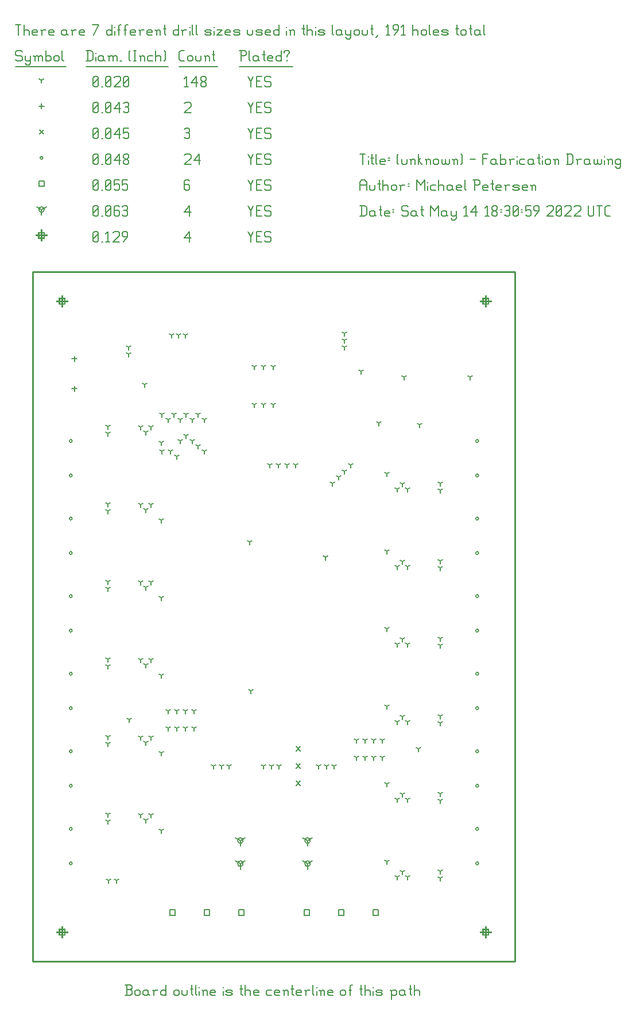
<source format=gbr>
G04 start of page 12 for group -3984 idx -3984 *
G04 Title: (unknown), fab *
G04 Creator: pcb 4.0.2 *
G04 CreationDate: Sat May 14 18:30:59 2022 UTC *
G04 For: railfan *
G04 Format: Gerber/RS-274X *
G04 PCB-Dimensions (mil): 3000.00 4200.00 *
G04 PCB-Coordinate-Origin: lower left *
%MOIN*%
%FSLAX25Y25*%
%LNFAB*%
%ADD74C,0.0100*%
%ADD73C,0.0075*%
%ADD72C,0.0060*%
%ADD71R,0.0080X0.0080*%
G54D71*X27000Y396200D02*Y389800D01*
X23800Y393000D02*X30200D01*
X25400Y394600D02*X28600D01*
X25400D02*Y391400D01*
X28600D01*
Y394600D02*Y391400D01*
X273000Y396200D02*Y389800D01*
X269800Y393000D02*X276200D01*
X271400Y394600D02*X274600D01*
X271400D02*Y391400D01*
X274600D01*
Y394600D02*Y391400D01*
X27000Y30200D02*Y23800D01*
X23800Y27000D02*X30200D01*
X25400Y28600D02*X28600D01*
X25400D02*Y25400D01*
X28600D01*
Y28600D02*Y25400D01*
X273000Y30200D02*Y23800D01*
X269800Y27000D02*X276200D01*
X271400Y28600D02*X274600D01*
X271400D02*Y25400D01*
X274600D01*
Y28600D02*Y25400D01*
X15000Y434450D02*Y428050D01*
X11800Y431250D02*X18200D01*
X13400Y432850D02*X16600D01*
X13400D02*Y429650D01*
X16600D01*
Y432850D02*Y429650D01*
G54D72*X135000Y433500D02*X136500Y430500D01*
X138000Y433500D01*
X136500Y430500D02*Y427500D01*
X139800Y430800D02*X142050D01*
X139800Y427500D02*X142800D01*
X139800Y433500D02*Y427500D01*
Y433500D02*X142800D01*
X147600D02*X148350Y432750D01*
X145350Y433500D02*X147600D01*
X144600Y432750D02*X145350Y433500D01*
X144600Y432750D02*Y431250D01*
X145350Y430500D01*
X147600D01*
X148350Y429750D01*
Y428250D01*
X147600Y427500D02*X148350Y428250D01*
X145350Y427500D02*X147600D01*
X144600Y428250D02*X145350Y427500D01*
X98000Y429750D02*X101000Y433500D01*
X98000Y429750D02*X101750D01*
X101000Y433500D02*Y427500D01*
X45000Y428250D02*X45750Y427500D01*
X45000Y432750D02*Y428250D01*
Y432750D02*X45750Y433500D01*
X47250D01*
X48000Y432750D01*
Y428250D01*
X47250Y427500D02*X48000Y428250D01*
X45750Y427500D02*X47250D01*
X45000Y429000D02*X48000Y432000D01*
X49800Y427500D02*X50550D01*
X52350Y432300D02*X53550Y433500D01*
Y427500D01*
X52350D02*X54600D01*
X56400Y432750D02*X57150Y433500D01*
X59400D01*
X60150Y432750D01*
Y431250D01*
X56400Y427500D02*X60150Y431250D01*
X56400Y427500D02*X60150D01*
X62700D02*X64950Y430500D01*
Y432750D02*Y430500D01*
X64200Y433500D02*X64950Y432750D01*
X62700Y433500D02*X64200D01*
X61950Y432750D02*X62700Y433500D01*
X61950Y432750D02*Y431250D01*
X62700Y430500D01*
X64950D01*
X130500Y80200D02*Y77000D01*
Y80200D02*X133273Y81800D01*
X130500Y80200D02*X127727Y81800D01*
X128900Y80200D02*G75*G03X132100Y80200I1600J0D01*G01*
G75*G03X128900Y80200I-1600J0D01*G01*
X130500Y66800D02*Y63600D01*
Y66800D02*X133273Y68400D01*
X130500Y66800D02*X127727Y68400D01*
X128900Y66800D02*G75*G03X132100Y66800I1600J0D01*G01*
G75*G03X128900Y66800I-1600J0D01*G01*
X169500Y80200D02*Y77000D01*
Y80200D02*X172273Y81800D01*
X169500Y80200D02*X166727Y81800D01*
X167900Y80200D02*G75*G03X171100Y80200I1600J0D01*G01*
G75*G03X167900Y80200I-1600J0D01*G01*
X169500Y66800D02*Y63600D01*
Y66800D02*X172273Y68400D01*
X169500Y66800D02*X166727Y68400D01*
X167900Y66800D02*G75*G03X171100Y66800I1600J0D01*G01*
G75*G03X167900Y66800I-1600J0D01*G01*
X15000Y446250D02*Y443050D01*
Y446250D02*X17773Y447850D01*
X15000Y446250D02*X12227Y447850D01*
X13400Y446250D02*G75*G03X16600Y446250I1600J0D01*G01*
G75*G03X13400Y446250I-1600J0D01*G01*
X135000Y448500D02*X136500Y445500D01*
X138000Y448500D01*
X136500Y445500D02*Y442500D01*
X139800Y445800D02*X142050D01*
X139800Y442500D02*X142800D01*
X139800Y448500D02*Y442500D01*
Y448500D02*X142800D01*
X147600D02*X148350Y447750D01*
X145350Y448500D02*X147600D01*
X144600Y447750D02*X145350Y448500D01*
X144600Y447750D02*Y446250D01*
X145350Y445500D01*
X147600D01*
X148350Y444750D01*
Y443250D01*
X147600Y442500D02*X148350Y443250D01*
X145350Y442500D02*X147600D01*
X144600Y443250D02*X145350Y442500D01*
X98000Y444750D02*X101000Y448500D01*
X98000Y444750D02*X101750D01*
X101000Y448500D02*Y442500D01*
X45000Y443250D02*X45750Y442500D01*
X45000Y447750D02*Y443250D01*
Y447750D02*X45750Y448500D01*
X47250D01*
X48000Y447750D01*
Y443250D01*
X47250Y442500D02*X48000Y443250D01*
X45750Y442500D02*X47250D01*
X45000Y444000D02*X48000Y447000D01*
X49800Y442500D02*X50550D01*
X52350Y443250D02*X53100Y442500D01*
X52350Y447750D02*Y443250D01*
Y447750D02*X53100Y448500D01*
X54600D01*
X55350Y447750D01*
Y443250D01*
X54600Y442500D02*X55350Y443250D01*
X53100Y442500D02*X54600D01*
X52350Y444000D02*X55350Y447000D01*
X59400Y448500D02*X60150Y447750D01*
X57900Y448500D02*X59400D01*
X57150Y447750D02*X57900Y448500D01*
X57150Y447750D02*Y443250D01*
X57900Y442500D01*
X59400Y445800D02*X60150Y445050D01*
X57150Y445800D02*X59400D01*
X57900Y442500D02*X59400D01*
X60150Y443250D01*
Y445050D02*Y443250D01*
X61950Y447750D02*X62700Y448500D01*
X64200D01*
X64950Y447750D01*
X64200Y442500D02*X64950Y443250D01*
X62700Y442500D02*X64200D01*
X61950Y443250D02*X62700Y442500D01*
Y445800D02*X64200D01*
X64950Y447750D02*Y446550D01*
Y445050D02*Y443250D01*
Y445050D02*X64200Y445800D01*
X64950Y446550D02*X64200Y445800D01*
X167400Y40100D02*X170600D01*
X167400D02*Y36900D01*
X170600D01*
Y40100D02*Y36900D01*
X187400Y40100D02*X190600D01*
X187400D02*Y36900D01*
X190600D01*
Y40100D02*Y36900D01*
X207400Y40100D02*X210600D01*
X207400D02*Y36900D01*
X210600D01*
Y40100D02*Y36900D01*
X89400Y40100D02*X92600D01*
X89400D02*Y36900D01*
X92600D01*
Y40100D02*Y36900D01*
X109400Y40100D02*X112600D01*
X109400D02*Y36900D01*
X112600D01*
Y40100D02*Y36900D01*
X129400Y40100D02*X132600D01*
X129400D02*Y36900D01*
X132600D01*
Y40100D02*Y36900D01*
X13400Y462850D02*X16600D01*
X13400D02*Y459650D01*
X16600D01*
Y462850D02*Y459650D01*
X135000Y463500D02*X136500Y460500D01*
X138000Y463500D01*
X136500Y460500D02*Y457500D01*
X139800Y460800D02*X142050D01*
X139800Y457500D02*X142800D01*
X139800Y463500D02*Y457500D01*
Y463500D02*X142800D01*
X147600D02*X148350Y462750D01*
X145350Y463500D02*X147600D01*
X144600Y462750D02*X145350Y463500D01*
X144600Y462750D02*Y461250D01*
X145350Y460500D01*
X147600D01*
X148350Y459750D01*
Y458250D01*
X147600Y457500D02*X148350Y458250D01*
X145350Y457500D02*X147600D01*
X144600Y458250D02*X145350Y457500D01*
X100250Y463500D02*X101000Y462750D01*
X98750Y463500D02*X100250D01*
X98000Y462750D02*X98750Y463500D01*
X98000Y462750D02*Y458250D01*
X98750Y457500D01*
X100250Y460800D02*X101000Y460050D01*
X98000Y460800D02*X100250D01*
X98750Y457500D02*X100250D01*
X101000Y458250D01*
Y460050D02*Y458250D01*
X45000D02*X45750Y457500D01*
X45000Y462750D02*Y458250D01*
Y462750D02*X45750Y463500D01*
X47250D01*
X48000Y462750D01*
Y458250D01*
X47250Y457500D02*X48000Y458250D01*
X45750Y457500D02*X47250D01*
X45000Y459000D02*X48000Y462000D01*
X49800Y457500D02*X50550D01*
X52350Y458250D02*X53100Y457500D01*
X52350Y462750D02*Y458250D01*
Y462750D02*X53100Y463500D01*
X54600D01*
X55350Y462750D01*
Y458250D01*
X54600Y457500D02*X55350Y458250D01*
X53100Y457500D02*X54600D01*
X52350Y459000D02*X55350Y462000D01*
X57150Y463500D02*X60150D01*
X57150D02*Y460500D01*
X57900Y461250D01*
X59400D01*
X60150Y460500D01*
Y458250D01*
X59400Y457500D02*X60150Y458250D01*
X57900Y457500D02*X59400D01*
X57150Y458250D02*X57900Y457500D01*
X61950Y463500D02*X64950D01*
X61950D02*Y460500D01*
X62700Y461250D01*
X64200D01*
X64950Y460500D01*
Y458250D01*
X64200Y457500D02*X64950Y458250D01*
X62700Y457500D02*X64200D01*
X61950Y458250D02*X62700Y457500D01*
X31200Y312000D02*G75*G03X32800Y312000I800J0D01*G01*
G75*G03X31200Y312000I-800J0D01*G01*
Y292000D02*G75*G03X32800Y292000I800J0D01*G01*
G75*G03X31200Y292000I-800J0D01*G01*
X267200D02*G75*G03X268800Y292000I800J0D01*G01*
G75*G03X267200Y292000I-800J0D01*G01*
Y312000D02*G75*G03X268800Y312000I800J0D01*G01*
G75*G03X267200Y312000I-800J0D01*G01*
X31200Y267000D02*G75*G03X32800Y267000I800J0D01*G01*
G75*G03X31200Y267000I-800J0D01*G01*
Y247000D02*G75*G03X32800Y247000I800J0D01*G01*
G75*G03X31200Y247000I-800J0D01*G01*
X267200D02*G75*G03X268800Y247000I800J0D01*G01*
G75*G03X267200Y247000I-800J0D01*G01*
Y267000D02*G75*G03X268800Y267000I800J0D01*G01*
G75*G03X267200Y267000I-800J0D01*G01*
X31200Y222000D02*G75*G03X32800Y222000I800J0D01*G01*
G75*G03X31200Y222000I-800J0D01*G01*
Y202000D02*G75*G03X32800Y202000I800J0D01*G01*
G75*G03X31200Y202000I-800J0D01*G01*
X267200D02*G75*G03X268800Y202000I800J0D01*G01*
G75*G03X267200Y202000I-800J0D01*G01*
Y222000D02*G75*G03X268800Y222000I800J0D01*G01*
G75*G03X267200Y222000I-800J0D01*G01*
X31200Y177000D02*G75*G03X32800Y177000I800J0D01*G01*
G75*G03X31200Y177000I-800J0D01*G01*
Y157000D02*G75*G03X32800Y157000I800J0D01*G01*
G75*G03X31200Y157000I-800J0D01*G01*
X267200D02*G75*G03X268800Y157000I800J0D01*G01*
G75*G03X267200Y157000I-800J0D01*G01*
Y177000D02*G75*G03X268800Y177000I800J0D01*G01*
G75*G03X267200Y177000I-800J0D01*G01*
X31200Y132000D02*G75*G03X32800Y132000I800J0D01*G01*
G75*G03X31200Y132000I-800J0D01*G01*
Y112000D02*G75*G03X32800Y112000I800J0D01*G01*
G75*G03X31200Y112000I-800J0D01*G01*
X267200D02*G75*G03X268800Y112000I800J0D01*G01*
G75*G03X267200Y112000I-800J0D01*G01*
Y132000D02*G75*G03X268800Y132000I800J0D01*G01*
G75*G03X267200Y132000I-800J0D01*G01*
X31200Y87000D02*G75*G03X32800Y87000I800J0D01*G01*
G75*G03X31200Y87000I-800J0D01*G01*
Y67000D02*G75*G03X32800Y67000I800J0D01*G01*
G75*G03X31200Y67000I-800J0D01*G01*
X267200D02*G75*G03X268800Y67000I800J0D01*G01*
G75*G03X267200Y67000I-800J0D01*G01*
Y87000D02*G75*G03X268800Y87000I800J0D01*G01*
G75*G03X267200Y87000I-800J0D01*G01*
X14200Y476250D02*G75*G03X15800Y476250I800J0D01*G01*
G75*G03X14200Y476250I-800J0D01*G01*
X135000Y478500D02*X136500Y475500D01*
X138000Y478500D01*
X136500Y475500D02*Y472500D01*
X139800Y475800D02*X142050D01*
X139800Y472500D02*X142800D01*
X139800Y478500D02*Y472500D01*
Y478500D02*X142800D01*
X147600D02*X148350Y477750D01*
X145350Y478500D02*X147600D01*
X144600Y477750D02*X145350Y478500D01*
X144600Y477750D02*Y476250D01*
X145350Y475500D01*
X147600D01*
X148350Y474750D01*
Y473250D01*
X147600Y472500D02*X148350Y473250D01*
X145350Y472500D02*X147600D01*
X144600Y473250D02*X145350Y472500D01*
X98000Y477750D02*X98750Y478500D01*
X101000D01*
X101750Y477750D01*
Y476250D01*
X98000Y472500D02*X101750Y476250D01*
X98000Y472500D02*X101750D01*
X103550Y474750D02*X106550Y478500D01*
X103550Y474750D02*X107300D01*
X106550Y478500D02*Y472500D01*
X45000Y473250D02*X45750Y472500D01*
X45000Y477750D02*Y473250D01*
Y477750D02*X45750Y478500D01*
X47250D01*
X48000Y477750D01*
Y473250D01*
X47250Y472500D02*X48000Y473250D01*
X45750Y472500D02*X47250D01*
X45000Y474000D02*X48000Y477000D01*
X49800Y472500D02*X50550D01*
X52350Y473250D02*X53100Y472500D01*
X52350Y477750D02*Y473250D01*
Y477750D02*X53100Y478500D01*
X54600D01*
X55350Y477750D01*
Y473250D01*
X54600Y472500D02*X55350Y473250D01*
X53100Y472500D02*X54600D01*
X52350Y474000D02*X55350Y477000D01*
X57150Y474750D02*X60150Y478500D01*
X57150Y474750D02*X60900D01*
X60150Y478500D02*Y472500D01*
X62700Y473250D02*X63450Y472500D01*
X62700Y474450D02*Y473250D01*
Y474450D02*X63750Y475500D01*
X64650D01*
X65700Y474450D01*
Y473250D01*
X64950Y472500D02*X65700Y473250D01*
X63450Y472500D02*X64950D01*
X62700Y476550D02*X63750Y475500D01*
X62700Y477750D02*Y476550D01*
Y477750D02*X63450Y478500D01*
X64950D01*
X65700Y477750D01*
Y476550D01*
X64650Y475500D02*X65700Y476550D01*
X162800Y134700D02*X165200Y132300D01*
X162800D02*X165200Y134700D01*
X162800Y124700D02*X165200Y122300D01*
X162800D02*X165200Y124700D01*
X162800Y114700D02*X165200Y112300D01*
X162800D02*X165200Y114700D01*
X13800Y492450D02*X16200Y490050D01*
X13800D02*X16200Y492450D01*
X135000Y493500D02*X136500Y490500D01*
X138000Y493500D01*
X136500Y490500D02*Y487500D01*
X139800Y490800D02*X142050D01*
X139800Y487500D02*X142800D01*
X139800Y493500D02*Y487500D01*
Y493500D02*X142800D01*
X147600D02*X148350Y492750D01*
X145350Y493500D02*X147600D01*
X144600Y492750D02*X145350Y493500D01*
X144600Y492750D02*Y491250D01*
X145350Y490500D01*
X147600D01*
X148350Y489750D01*
Y488250D01*
X147600Y487500D02*X148350Y488250D01*
X145350Y487500D02*X147600D01*
X144600Y488250D02*X145350Y487500D01*
X98000Y492750D02*X98750Y493500D01*
X100250D01*
X101000Y492750D01*
X100250Y487500D02*X101000Y488250D01*
X98750Y487500D02*X100250D01*
X98000Y488250D02*X98750Y487500D01*
Y490800D02*X100250D01*
X101000Y492750D02*Y491550D01*
Y490050D02*Y488250D01*
Y490050D02*X100250Y490800D01*
X101000Y491550D02*X100250Y490800D01*
X45000Y488250D02*X45750Y487500D01*
X45000Y492750D02*Y488250D01*
Y492750D02*X45750Y493500D01*
X47250D01*
X48000Y492750D01*
Y488250D01*
X47250Y487500D02*X48000Y488250D01*
X45750Y487500D02*X47250D01*
X45000Y489000D02*X48000Y492000D01*
X49800Y487500D02*X50550D01*
X52350Y488250D02*X53100Y487500D01*
X52350Y492750D02*Y488250D01*
Y492750D02*X53100Y493500D01*
X54600D01*
X55350Y492750D01*
Y488250D01*
X54600Y487500D02*X55350Y488250D01*
X53100Y487500D02*X54600D01*
X52350Y489000D02*X55350Y492000D01*
X57150Y489750D02*X60150Y493500D01*
X57150Y489750D02*X60900D01*
X60150Y493500D02*Y487500D01*
X62700Y493500D02*X65700D01*
X62700D02*Y490500D01*
X63450Y491250D01*
X64950D01*
X65700Y490500D01*
Y488250D01*
X64950Y487500D02*X65700Y488250D01*
X63450Y487500D02*X64950D01*
X62700Y488250D02*X63450Y487500D01*
X34122Y361261D02*Y358061D01*
X32522Y359661D02*X35722D01*
X34122Y343939D02*Y340739D01*
X32522Y342339D02*X35722D01*
X15000Y507850D02*Y504650D01*
X13400Y506250D02*X16600D01*
X135000Y508500D02*X136500Y505500D01*
X138000Y508500D01*
X136500Y505500D02*Y502500D01*
X139800Y505800D02*X142050D01*
X139800Y502500D02*X142800D01*
X139800Y508500D02*Y502500D01*
Y508500D02*X142800D01*
X147600D02*X148350Y507750D01*
X145350Y508500D02*X147600D01*
X144600Y507750D02*X145350Y508500D01*
X144600Y507750D02*Y506250D01*
X145350Y505500D01*
X147600D01*
X148350Y504750D01*
Y503250D01*
X147600Y502500D02*X148350Y503250D01*
X145350Y502500D02*X147600D01*
X144600Y503250D02*X145350Y502500D01*
X98000Y507750D02*X98750Y508500D01*
X101000D01*
X101750Y507750D01*
Y506250D01*
X98000Y502500D02*X101750Y506250D01*
X98000Y502500D02*X101750D01*
X45000Y503250D02*X45750Y502500D01*
X45000Y507750D02*Y503250D01*
Y507750D02*X45750Y508500D01*
X47250D01*
X48000Y507750D01*
Y503250D01*
X47250Y502500D02*X48000Y503250D01*
X45750Y502500D02*X47250D01*
X45000Y504000D02*X48000Y507000D01*
X49800Y502500D02*X50550D01*
X52350Y503250D02*X53100Y502500D01*
X52350Y507750D02*Y503250D01*
Y507750D02*X53100Y508500D01*
X54600D01*
X55350Y507750D01*
Y503250D01*
X54600Y502500D02*X55350Y503250D01*
X53100Y502500D02*X54600D01*
X52350Y504000D02*X55350Y507000D01*
X57150Y504750D02*X60150Y508500D01*
X57150Y504750D02*X60900D01*
X60150Y508500D02*Y502500D01*
X62700Y507750D02*X63450Y508500D01*
X64950D01*
X65700Y507750D01*
X64950Y502500D02*X65700Y503250D01*
X63450Y502500D02*X64950D01*
X62700Y503250D02*X63450Y502500D01*
Y505800D02*X64950D01*
X65700Y507750D02*Y506550D01*
Y505050D02*Y503250D01*
Y505050D02*X64950Y505800D01*
X65700Y506550D02*X64950Y505800D01*
X227500Y284000D02*Y282400D01*
Y284000D02*X228887Y284800D01*
X227500Y284000D02*X226113Y284800D01*
X224500Y287000D02*Y285400D01*
Y287000D02*X225887Y287800D01*
X224500Y287000D02*X223113Y287800D01*
X221500Y284000D02*Y282400D01*
Y284000D02*X222887Y284800D01*
X221500Y284000D02*X220113Y284800D01*
X246500Y283500D02*Y281900D01*
Y283500D02*X247887Y284300D01*
X246500Y283500D02*X245113Y284300D01*
X246500Y287500D02*Y285900D01*
Y287500D02*X247887Y288300D01*
X246500Y287500D02*X245113Y288300D01*
X72500Y320000D02*Y318400D01*
Y320000D02*X73887Y320800D01*
X72500Y320000D02*X71113Y320800D01*
X75500Y317000D02*Y315400D01*
Y317000D02*X76887Y317800D01*
X75500Y317000D02*X74113Y317800D01*
X78500Y320000D02*Y318400D01*
Y320000D02*X79887Y320800D01*
X78500Y320000D02*X77113Y320800D01*
X53500Y320500D02*Y318900D01*
Y320500D02*X54887Y321300D01*
X53500Y320500D02*X52113Y321300D01*
X53500Y316500D02*Y314900D01*
Y316500D02*X54887Y317300D01*
X53500Y316500D02*X52113Y317300D01*
X138500Y355000D02*Y353400D01*
Y355000D02*X139887Y355800D01*
X138500Y355000D02*X137113Y355800D01*
X144000Y355000D02*Y353400D01*
Y355000D02*X145387Y355800D01*
X144000Y355000D02*X142613Y355800D01*
X149500Y355000D02*Y353400D01*
Y355000D02*X150887Y355800D01*
X149500Y355000D02*X148113Y355800D01*
X149500Y333000D02*Y331400D01*
Y333000D02*X150887Y333800D01*
X149500Y333000D02*X148113Y333800D01*
X144000Y333000D02*Y331400D01*
Y333000D02*X145387Y333800D01*
X144000Y333000D02*X142613Y333800D01*
X138500Y333000D02*Y331400D01*
Y333000D02*X139887Y333800D01*
X138500Y333000D02*X137113Y333800D01*
X98500Y373500D02*Y371900D01*
Y373500D02*X99887Y374300D01*
X98500Y373500D02*X97113Y374300D01*
X94500Y373500D02*Y371900D01*
Y373500D02*X95887Y374300D01*
X94500Y373500D02*X93113Y374300D01*
X90500Y373500D02*Y371900D01*
Y373500D02*X91887Y374300D01*
X90500Y373500D02*X89113Y374300D01*
X200500Y352500D02*Y350900D01*
Y352500D02*X201887Y353300D01*
X200500Y352500D02*X199113Y353300D01*
X225500Y349000D02*Y347400D01*
Y349000D02*X226887Y349800D01*
X225500Y349000D02*X224113Y349800D01*
X264000Y349000D02*Y347400D01*
Y349000D02*X265387Y349800D01*
X264000Y349000D02*X262613Y349800D01*
X84500Y311000D02*Y309400D01*
Y311000D02*X85887Y311800D01*
X84500Y311000D02*X83113Y311800D01*
X215500Y293000D02*Y291400D01*
Y293000D02*X216887Y293800D01*
X215500Y293000D02*X214113Y293800D01*
X234500Y321500D02*Y319900D01*
Y321500D02*X235887Y322300D01*
X234500Y321500D02*X233113Y322300D01*
X65500Y366500D02*Y364900D01*
Y366500D02*X66887Y367300D01*
X65500Y366500D02*X64113Y367300D01*
X65500Y362500D02*Y360900D01*
Y362500D02*X66887Y363300D01*
X65500Y362500D02*X64113Y363300D01*
X75000Y344701D02*Y343101D01*
Y344701D02*X76387Y345501D01*
X75000Y344701D02*X73613Y345501D01*
X191000Y374500D02*Y372900D01*
Y374500D02*X192387Y375300D01*
X191000Y374500D02*X189613Y375300D01*
X191000Y370500D02*Y368900D01*
Y370500D02*X192387Y371300D01*
X191000Y370500D02*X189613Y371300D01*
X191000Y366500D02*Y364900D01*
Y366500D02*X192387Y367300D01*
X191000Y366500D02*X189613Y367300D01*
X136000Y253500D02*Y251900D01*
Y253500D02*X137387Y254300D01*
X136000Y253500D02*X134613Y254300D01*
X211000Y322500D02*Y320900D01*
Y322500D02*X212387Y323300D01*
X211000Y322500D02*X209613Y323300D01*
X179957Y244543D02*Y242943D01*
Y244543D02*X181344Y245343D01*
X179957Y244543D02*X178570Y245343D01*
X194500Y298000D02*Y296400D01*
Y298000D02*X195887Y298800D01*
X194500Y298000D02*X193113Y298800D01*
X162480Y298000D02*Y296400D01*
Y298000D02*X163867Y298800D01*
X162480Y298000D02*X161094Y298800D01*
X152480Y298000D02*Y296400D01*
Y298000D02*X153867Y298800D01*
X152480Y298000D02*X151094Y298800D01*
X191000Y294500D02*Y292900D01*
Y294500D02*X192387Y295300D01*
X191000Y294500D02*X189613Y295300D01*
X147500Y298000D02*Y296400D01*
Y298000D02*X148887Y298800D01*
X147500Y298000D02*X146113Y298800D01*
X187500Y291000D02*Y289400D01*
Y291000D02*X188887Y291800D01*
X187500Y291000D02*X186113Y291800D01*
X184000Y287500D02*Y285900D01*
Y287500D02*X185387Y288300D01*
X184000Y287500D02*X182613Y288300D01*
X157480Y298000D02*Y296400D01*
Y298000D02*X158867Y298800D01*
X157480Y298000D02*X156094Y298800D01*
X109500Y324500D02*Y322900D01*
Y324500D02*X110887Y325300D01*
X109500Y324500D02*X108113Y325300D01*
X106000Y327500D02*Y325900D01*
Y327500D02*X107387Y328300D01*
X106000Y327500D02*X104613Y328300D01*
X102500Y324500D02*Y322900D01*
Y324500D02*X103887Y325300D01*
X102500Y324500D02*X101113Y325300D01*
X99000Y327500D02*Y325900D01*
Y327500D02*X100387Y328300D01*
X99000Y327500D02*X97613Y328300D01*
X95500Y324500D02*Y322900D01*
Y324500D02*X96887Y325300D01*
X95500Y324500D02*X94113Y325300D01*
X92000Y327500D02*Y325900D01*
Y327500D02*X93387Y328300D01*
X92000Y327500D02*X90613Y328300D01*
X88500Y324500D02*Y322900D01*
Y324500D02*X89887Y325300D01*
X88500Y324500D02*X87113Y325300D01*
X85000Y327500D02*Y325900D01*
Y327500D02*X86387Y328300D01*
X85000Y327500D02*X83613Y328300D01*
X109500Y306000D02*Y304400D01*
Y306000D02*X110887Y306800D01*
X109500Y306000D02*X108113Y306800D01*
X106000Y309000D02*Y307400D01*
Y309000D02*X107387Y309800D01*
X106000Y309000D02*X104613Y309800D01*
X102500Y312000D02*Y310400D01*
Y312000D02*X103887Y312800D01*
X102500Y312000D02*X101113Y312800D01*
X99000Y315000D02*Y313400D01*
Y315000D02*X100387Y315800D01*
X99000Y315000D02*X97613Y315800D01*
X95500Y312000D02*Y310400D01*
Y312000D02*X96887Y312800D01*
X95500Y312000D02*X94113Y312800D01*
X85000Y306000D02*Y304400D01*
Y306000D02*X86387Y306800D01*
X85000Y306000D02*X83613Y306800D01*
X90000Y306000D02*Y304400D01*
Y306000D02*X91387Y306800D01*
X90000Y306000D02*X88613Y306800D01*
X93500Y303000D02*Y301400D01*
Y303000D02*X94887Y303800D01*
X93500Y303000D02*X92113Y303800D01*
X227500Y239000D02*Y237400D01*
Y239000D02*X228887Y239800D01*
X227500Y239000D02*X226113Y239800D01*
X224500Y242000D02*Y240400D01*
Y242000D02*X225887Y242800D01*
X224500Y242000D02*X223113Y242800D01*
X221500Y239000D02*Y237400D01*
Y239000D02*X222887Y239800D01*
X221500Y239000D02*X220113Y239800D01*
X246500Y238500D02*Y236900D01*
Y238500D02*X247887Y239300D01*
X246500Y238500D02*X245113Y239300D01*
X246500Y242500D02*Y240900D01*
Y242500D02*X247887Y243300D01*
X246500Y242500D02*X245113Y243300D01*
X72500Y275000D02*Y273400D01*
Y275000D02*X73887Y275800D01*
X72500Y275000D02*X71113Y275800D01*
X75500Y272000D02*Y270400D01*
Y272000D02*X76887Y272800D01*
X75500Y272000D02*X74113Y272800D01*
X78500Y275000D02*Y273400D01*
Y275000D02*X79887Y275800D01*
X78500Y275000D02*X77113Y275800D01*
X53500Y275500D02*Y273900D01*
Y275500D02*X54887Y276300D01*
X53500Y275500D02*X52113Y276300D01*
X53500Y271500D02*Y269900D01*
Y271500D02*X54887Y272300D01*
X53500Y271500D02*X52113Y272300D01*
X84500Y266000D02*Y264400D01*
Y266000D02*X85887Y266800D01*
X84500Y266000D02*X83113Y266800D01*
X215500Y248000D02*Y246400D01*
Y248000D02*X216887Y248800D01*
X215500Y248000D02*X214113Y248800D01*
X227500Y194000D02*Y192400D01*
Y194000D02*X228887Y194800D01*
X227500Y194000D02*X226113Y194800D01*
X224500Y197000D02*Y195400D01*
Y197000D02*X225887Y197800D01*
X224500Y197000D02*X223113Y197800D01*
X221500Y194000D02*Y192400D01*
Y194000D02*X222887Y194800D01*
X221500Y194000D02*X220113Y194800D01*
X246500Y193500D02*Y191900D01*
Y193500D02*X247887Y194300D01*
X246500Y193500D02*X245113Y194300D01*
X246500Y197500D02*Y195900D01*
Y197500D02*X247887Y198300D01*
X246500Y197500D02*X245113Y198300D01*
X72500Y230000D02*Y228400D01*
Y230000D02*X73887Y230800D01*
X72500Y230000D02*X71113Y230800D01*
X75500Y227000D02*Y225400D01*
Y227000D02*X76887Y227800D01*
X75500Y227000D02*X74113Y227800D01*
X78500Y230000D02*Y228400D01*
Y230000D02*X79887Y230800D01*
X78500Y230000D02*X77113Y230800D01*
X53500Y230500D02*Y228900D01*
Y230500D02*X54887Y231300D01*
X53500Y230500D02*X52113Y231300D01*
X53500Y226500D02*Y224900D01*
Y226500D02*X54887Y227300D01*
X53500Y226500D02*X52113Y227300D01*
X84500Y221000D02*Y219400D01*
Y221000D02*X85887Y221800D01*
X84500Y221000D02*X83113Y221800D01*
X215500Y203000D02*Y201400D01*
Y203000D02*X216887Y203800D01*
X215500Y203000D02*X214113Y203800D01*
X227500Y149000D02*Y147400D01*
Y149000D02*X228887Y149800D01*
X227500Y149000D02*X226113Y149800D01*
X224500Y152000D02*Y150400D01*
Y152000D02*X225887Y152800D01*
X224500Y152000D02*X223113Y152800D01*
X221500Y149000D02*Y147400D01*
Y149000D02*X222887Y149800D01*
X221500Y149000D02*X220113Y149800D01*
X246500Y148500D02*Y146900D01*
Y148500D02*X247887Y149300D01*
X246500Y148500D02*X245113Y149300D01*
X246500Y152500D02*Y150900D01*
Y152500D02*X247887Y153300D01*
X246500Y152500D02*X245113Y153300D01*
X72500Y185000D02*Y183400D01*
Y185000D02*X73887Y185800D01*
X72500Y185000D02*X71113Y185800D01*
X75500Y182000D02*Y180400D01*
Y182000D02*X76887Y182800D01*
X75500Y182000D02*X74113Y182800D01*
X78500Y185000D02*Y183400D01*
Y185000D02*X79887Y185800D01*
X78500Y185000D02*X77113Y185800D01*
X53500Y185500D02*Y183900D01*
Y185500D02*X54887Y186300D01*
X53500Y185500D02*X52113Y186300D01*
X53500Y181500D02*Y179900D01*
Y181500D02*X54887Y182300D01*
X53500Y181500D02*X52113Y182300D01*
X84500Y176000D02*Y174400D01*
Y176000D02*X85887Y176800D01*
X84500Y176000D02*X83113Y176800D01*
X215500Y158000D02*Y156400D01*
Y158000D02*X216887Y158800D01*
X215500Y158000D02*X214113Y158800D01*
X136500Y167000D02*Y165400D01*
Y167000D02*X137887Y167800D01*
X136500Y167000D02*X135113Y167800D01*
X119500Y123500D02*Y121900D01*
Y123500D02*X120887Y124300D01*
X119500Y123500D02*X118113Y124300D01*
X124000Y123500D02*Y121900D01*
Y123500D02*X125387Y124300D01*
X124000Y123500D02*X122613Y124300D01*
X115000Y123500D02*Y121900D01*
Y123500D02*X116387Y124300D01*
X115000Y123500D02*X113613Y124300D01*
X180500Y123500D02*Y121900D01*
Y123500D02*X181887Y124300D01*
X180500Y123500D02*X179113Y124300D01*
X185000Y123500D02*Y121900D01*
Y123500D02*X186387Y124300D01*
X185000Y123500D02*X183613Y124300D01*
X176000Y123500D02*Y121900D01*
Y123500D02*X177387Y124300D01*
X176000Y123500D02*X174613Y124300D01*
X148500Y123500D02*Y121900D01*
Y123500D02*X149887Y124300D01*
X148500Y123500D02*X147113Y124300D01*
X153000Y123500D02*Y121900D01*
Y123500D02*X154387Y124300D01*
X153000Y123500D02*X151613Y124300D01*
X144000Y123500D02*Y121900D01*
Y123500D02*X145387Y124300D01*
X144000Y123500D02*X142613Y124300D01*
X72500Y140000D02*Y138400D01*
Y140000D02*X73887Y140800D01*
X72500Y140000D02*X71113Y140800D01*
X75500Y137000D02*Y135400D01*
Y137000D02*X76887Y137800D01*
X75500Y137000D02*X74113Y137800D01*
X78500Y140000D02*Y138400D01*
Y140000D02*X79887Y140800D01*
X78500Y140000D02*X77113Y140800D01*
X53500Y140500D02*Y138900D01*
Y140500D02*X54887Y141300D01*
X53500Y140500D02*X52113Y141300D01*
X53500Y136500D02*Y134900D01*
Y136500D02*X54887Y137300D01*
X53500Y136500D02*X52113Y137300D01*
X227500Y104000D02*Y102400D01*
Y104000D02*X228887Y104800D01*
X227500Y104000D02*X226113Y104800D01*
X224500Y107000D02*Y105400D01*
Y107000D02*X225887Y107800D01*
X224500Y107000D02*X223113Y107800D01*
X221500Y104000D02*Y102400D01*
Y104000D02*X222887Y104800D01*
X221500Y104000D02*X220113Y104800D01*
X246500Y103500D02*Y101900D01*
Y103500D02*X247887Y104300D01*
X246500Y103500D02*X245113Y104300D01*
X246500Y107500D02*Y105900D01*
Y107500D02*X247887Y108300D01*
X246500Y107500D02*X245113Y108300D01*
X84500Y131000D02*Y129400D01*
Y131000D02*X85887Y131800D01*
X84500Y131000D02*X83113Y131800D01*
X215500Y113000D02*Y111400D01*
Y113000D02*X216887Y113800D01*
X215500Y113000D02*X214113Y113800D01*
X234000Y133500D02*Y131900D01*
Y133500D02*X235387Y134300D01*
X234000Y133500D02*X232613Y134300D01*
X213000Y138500D02*Y136900D01*
Y138500D02*X214387Y139300D01*
X213000Y138500D02*X211613Y139300D01*
X213000Y128500D02*Y126900D01*
Y128500D02*X214387Y129300D01*
X213000Y128500D02*X211613Y129300D01*
X208000Y128500D02*Y126900D01*
Y128500D02*X209387Y129300D01*
X208000Y128500D02*X206613Y129300D01*
X203000Y128500D02*Y126900D01*
Y128500D02*X204387Y129300D01*
X203000Y128500D02*X201613Y129300D01*
X198000Y128500D02*Y126900D01*
Y128500D02*X199387Y129300D01*
X198000Y128500D02*X196613Y129300D01*
X208000Y138500D02*Y136900D01*
Y138500D02*X209387Y139300D01*
X208000Y138500D02*X206613Y139300D01*
X203000Y138500D02*Y136900D01*
Y138500D02*X204387Y139300D01*
X203000Y138500D02*X201613Y139300D01*
X198000Y138500D02*Y136900D01*
Y138500D02*X199387Y139300D01*
X198000Y138500D02*X196613Y139300D01*
X72500Y95000D02*Y93400D01*
Y95000D02*X73887Y95800D01*
X72500Y95000D02*X71113Y95800D01*
X75500Y92000D02*Y90400D01*
Y92000D02*X76887Y92800D01*
X75500Y92000D02*X74113Y92800D01*
X78500Y95000D02*Y93400D01*
Y95000D02*X79887Y95800D01*
X78500Y95000D02*X77113Y95800D01*
X53500Y95500D02*Y93900D01*
Y95500D02*X54887Y96300D01*
X53500Y95500D02*X52113Y96300D01*
X53500Y91500D02*Y89900D01*
Y91500D02*X54887Y92300D01*
X53500Y91500D02*X52113Y92300D01*
X227500Y59000D02*Y57400D01*
Y59000D02*X228887Y59800D01*
X227500Y59000D02*X226113Y59800D01*
X224500Y62000D02*Y60400D01*
Y62000D02*X225887Y62800D01*
X224500Y62000D02*X223113Y62800D01*
X221500Y59000D02*Y57400D01*
Y59000D02*X222887Y59800D01*
X221500Y59000D02*X220113Y59800D01*
X246500Y58500D02*Y56900D01*
Y58500D02*X247887Y59300D01*
X246500Y58500D02*X245113Y59300D01*
X246500Y62500D02*Y60900D01*
Y62500D02*X247887Y63300D01*
X246500Y62500D02*X245113Y63300D01*
X54000Y57000D02*Y55400D01*
Y57000D02*X55387Y57800D01*
X54000Y57000D02*X52613Y57800D01*
X58500Y57000D02*Y55400D01*
Y57000D02*X59887Y57800D01*
X58500Y57000D02*X57113Y57800D01*
X215500Y68000D02*Y66400D01*
Y68000D02*X216887Y68800D01*
X215500Y68000D02*X214113Y68800D01*
X84500Y86000D02*Y84400D01*
Y86000D02*X85887Y86800D01*
X84500Y86000D02*X83113Y86800D01*
X66000Y150500D02*Y148900D01*
Y150500D02*X67387Y151300D01*
X66000Y150500D02*X64613Y151300D01*
X103500Y155500D02*Y153900D01*
Y155500D02*X104887Y156300D01*
X103500Y155500D02*X102113Y156300D01*
X103500Y145500D02*Y143900D01*
Y145500D02*X104887Y146300D01*
X103500Y145500D02*X102113Y146300D01*
X98500Y145500D02*Y143900D01*
Y145500D02*X99887Y146300D01*
X98500Y145500D02*X97113Y146300D01*
X93500Y145500D02*Y143900D01*
Y145500D02*X94887Y146300D01*
X93500Y145500D02*X92113Y146300D01*
X98500Y155500D02*Y153900D01*
Y155500D02*X99887Y156300D01*
X98500Y155500D02*X97113Y156300D01*
X93500Y155500D02*Y153900D01*
Y155500D02*X94887Y156300D01*
X93500Y155500D02*X92113Y156300D01*
X88500Y145500D02*Y143900D01*
Y145500D02*X89887Y146300D01*
X88500Y145500D02*X87113Y146300D01*
X88500Y155500D02*Y153900D01*
Y155500D02*X89887Y156300D01*
X88500Y155500D02*X87113Y156300D01*
X15000Y521250D02*Y519650D01*
Y521250D02*X16387Y522050D01*
X15000Y521250D02*X13613Y522050D01*
X135000Y523500D02*X136500Y520500D01*
X138000Y523500D01*
X136500Y520500D02*Y517500D01*
X139800Y520800D02*X142050D01*
X139800Y517500D02*X142800D01*
X139800Y523500D02*Y517500D01*
Y523500D02*X142800D01*
X147600D02*X148350Y522750D01*
X145350Y523500D02*X147600D01*
X144600Y522750D02*X145350Y523500D01*
X144600Y522750D02*Y521250D01*
X145350Y520500D01*
X147600D01*
X148350Y519750D01*
Y518250D01*
X147600Y517500D02*X148350Y518250D01*
X145350Y517500D02*X147600D01*
X144600Y518250D02*X145350Y517500D01*
X98000Y522300D02*X99200Y523500D01*
Y517500D01*
X98000D02*X100250D01*
X102050Y519750D02*X105050Y523500D01*
X102050Y519750D02*X105800D01*
X105050Y523500D02*Y517500D01*
X107600Y518250D02*X108350Y517500D01*
X107600Y519450D02*Y518250D01*
Y519450D02*X108650Y520500D01*
X109550D01*
X110600Y519450D01*
Y518250D01*
X109850Y517500D02*X110600Y518250D01*
X108350Y517500D02*X109850D01*
X107600Y521550D02*X108650Y520500D01*
X107600Y522750D02*Y521550D01*
Y522750D02*X108350Y523500D01*
X109850D01*
X110600Y522750D01*
Y521550D01*
X109550Y520500D02*X110600Y521550D01*
X45000Y518250D02*X45750Y517500D01*
X45000Y522750D02*Y518250D01*
Y522750D02*X45750Y523500D01*
X47250D01*
X48000Y522750D01*
Y518250D01*
X47250Y517500D02*X48000Y518250D01*
X45750Y517500D02*X47250D01*
X45000Y519000D02*X48000Y522000D01*
X49800Y517500D02*X50550D01*
X52350Y518250D02*X53100Y517500D01*
X52350Y522750D02*Y518250D01*
Y522750D02*X53100Y523500D01*
X54600D01*
X55350Y522750D01*
Y518250D01*
X54600Y517500D02*X55350Y518250D01*
X53100Y517500D02*X54600D01*
X52350Y519000D02*X55350Y522000D01*
X57150Y522750D02*X57900Y523500D01*
X60150D01*
X60900Y522750D01*
Y521250D01*
X57150Y517500D02*X60900Y521250D01*
X57150Y517500D02*X60900D01*
X62700Y518250D02*X63450Y517500D01*
X62700Y522750D02*Y518250D01*
Y522750D02*X63450Y523500D01*
X64950D01*
X65700Y522750D01*
Y518250D01*
X64950Y517500D02*X65700Y518250D01*
X63450Y517500D02*X64950D01*
X62700Y519000D02*X65700Y522000D01*
X3000Y538500D02*X3750Y537750D01*
X750Y538500D02*X3000D01*
X0Y537750D02*X750Y538500D01*
X0Y537750D02*Y536250D01*
X750Y535500D01*
X3000D01*
X3750Y534750D01*
Y533250D01*
X3000Y532500D02*X3750Y533250D01*
X750Y532500D02*X3000D01*
X0Y533250D02*X750Y532500D01*
X5550Y535500D02*Y533250D01*
X6300Y532500D01*
X8550Y535500D02*Y531000D01*
X7800Y530250D02*X8550Y531000D01*
X6300Y530250D02*X7800D01*
X5550Y531000D02*X6300Y530250D01*
Y532500D02*X7800D01*
X8550Y533250D01*
X11100Y534750D02*Y532500D01*
Y534750D02*X11850Y535500D01*
X12600D01*
X13350Y534750D01*
Y532500D01*
Y534750D02*X14100Y535500D01*
X14850D01*
X15600Y534750D01*
Y532500D01*
X10350Y535500D02*X11100Y534750D01*
X17400Y538500D02*Y532500D01*
Y533250D02*X18150Y532500D01*
X19650D01*
X20400Y533250D01*
Y534750D02*Y533250D01*
X19650Y535500D02*X20400Y534750D01*
X18150Y535500D02*X19650D01*
X17400Y534750D02*X18150Y535500D01*
X22200Y534750D02*Y533250D01*
Y534750D02*X22950Y535500D01*
X24450D01*
X25200Y534750D01*
Y533250D01*
X24450Y532500D02*X25200Y533250D01*
X22950Y532500D02*X24450D01*
X22200Y533250D02*X22950Y532500D01*
X27000Y538500D02*Y533250D01*
X27750Y532500D01*
X0Y529250D02*X29250D01*
X41750Y538500D02*Y532500D01*
X43700Y538500D02*X44750Y537450D01*
Y533550D01*
X43700Y532500D02*X44750Y533550D01*
X41000Y532500D02*X43700D01*
X41000Y538500D02*X43700D01*
G54D73*X46550Y537000D02*Y536850D01*
G54D72*Y534750D02*Y532500D01*
X50300Y535500D02*X51050Y534750D01*
X48800Y535500D02*X50300D01*
X48050Y534750D02*X48800Y535500D01*
X48050Y534750D02*Y533250D01*
X48800Y532500D01*
X51050Y535500D02*Y533250D01*
X51800Y532500D01*
X48800D02*X50300D01*
X51050Y533250D01*
X54350Y534750D02*Y532500D01*
Y534750D02*X55100Y535500D01*
X55850D01*
X56600Y534750D01*
Y532500D01*
Y534750D02*X57350Y535500D01*
X58100D01*
X58850Y534750D01*
Y532500D01*
X53600Y535500D02*X54350Y534750D01*
X60650Y532500D02*X61400D01*
X65900Y533250D02*X66650Y532500D01*
X65900Y537750D02*X66650Y538500D01*
X65900Y537750D02*Y533250D01*
X68450Y538500D02*X69950D01*
X69200D02*Y532500D01*
X68450D02*X69950D01*
X72500Y534750D02*Y532500D01*
Y534750D02*X73250Y535500D01*
X74000D01*
X74750Y534750D01*
Y532500D01*
X71750Y535500D02*X72500Y534750D01*
X77300Y535500D02*X79550D01*
X76550Y534750D02*X77300Y535500D01*
X76550Y534750D02*Y533250D01*
X77300Y532500D01*
X79550D01*
X81350Y538500D02*Y532500D01*
Y534750D02*X82100Y535500D01*
X83600D01*
X84350Y534750D01*
Y532500D01*
X86150Y538500D02*X86900Y537750D01*
Y533250D01*
X86150Y532500D02*X86900Y533250D01*
X41000Y529250D02*X88700D01*
X96050Y532500D02*X98000D01*
X95000Y533550D02*X96050Y532500D01*
X95000Y537450D02*Y533550D01*
Y537450D02*X96050Y538500D01*
X98000D01*
X99800Y534750D02*Y533250D01*
Y534750D02*X100550Y535500D01*
X102050D01*
X102800Y534750D01*
Y533250D01*
X102050Y532500D02*X102800Y533250D01*
X100550Y532500D02*X102050D01*
X99800Y533250D02*X100550Y532500D01*
X104600Y535500D02*Y533250D01*
X105350Y532500D01*
X106850D01*
X107600Y533250D01*
Y535500D02*Y533250D01*
X110150Y534750D02*Y532500D01*
Y534750D02*X110900Y535500D01*
X111650D01*
X112400Y534750D01*
Y532500D01*
X109400Y535500D02*X110150Y534750D01*
X114950Y538500D02*Y533250D01*
X115700Y532500D01*
X114200Y536250D02*X115700D01*
X95000Y529250D02*X117200D01*
X130750Y538500D02*Y532500D01*
X130000Y538500D02*X133000D01*
X133750Y537750D01*
Y536250D01*
X133000Y535500D02*X133750Y536250D01*
X130750Y535500D02*X133000D01*
X135550Y538500D02*Y533250D01*
X136300Y532500D01*
X140050Y535500D02*X140800Y534750D01*
X138550Y535500D02*X140050D01*
X137800Y534750D02*X138550Y535500D01*
X137800Y534750D02*Y533250D01*
X138550Y532500D01*
X140800Y535500D02*Y533250D01*
X141550Y532500D01*
X138550D02*X140050D01*
X140800Y533250D01*
X144100Y538500D02*Y533250D01*
X144850Y532500D01*
X143350Y536250D02*X144850D01*
X147100Y532500D02*X149350D01*
X146350Y533250D02*X147100Y532500D01*
X146350Y534750D02*Y533250D01*
Y534750D02*X147100Y535500D01*
X148600D01*
X149350Y534750D01*
X146350Y534000D02*X149350D01*
Y534750D02*Y534000D01*
X154150Y538500D02*Y532500D01*
X153400D02*X154150Y533250D01*
X151900Y532500D02*X153400D01*
X151150Y533250D02*X151900Y532500D01*
X151150Y534750D02*Y533250D01*
Y534750D02*X151900Y535500D01*
X153400D01*
X154150Y534750D01*
X157450Y535500D02*Y534750D01*
Y533250D02*Y532500D01*
X155950Y537750D02*Y537000D01*
Y537750D02*X156700Y538500D01*
X158200D01*
X158950Y537750D01*
Y537000D01*
X157450Y535500D02*X158950Y537000D01*
X130000Y529250D02*X160750D01*
X0Y553500D02*X3000D01*
X1500D02*Y547500D01*
X4800Y553500D02*Y547500D01*
Y549750D02*X5550Y550500D01*
X7050D01*
X7800Y549750D01*
Y547500D01*
X10350D02*X12600D01*
X9600Y548250D02*X10350Y547500D01*
X9600Y549750D02*Y548250D01*
Y549750D02*X10350Y550500D01*
X11850D01*
X12600Y549750D01*
X9600Y549000D02*X12600D01*
Y549750D02*Y549000D01*
X15150Y549750D02*Y547500D01*
Y549750D02*X15900Y550500D01*
X17400D01*
X14400D02*X15150Y549750D01*
X19950Y547500D02*X22200D01*
X19200Y548250D02*X19950Y547500D01*
X19200Y549750D02*Y548250D01*
Y549750D02*X19950Y550500D01*
X21450D01*
X22200Y549750D01*
X19200Y549000D02*X22200D01*
Y549750D02*Y549000D01*
X28950Y550500D02*X29700Y549750D01*
X27450Y550500D02*X28950D01*
X26700Y549750D02*X27450Y550500D01*
X26700Y549750D02*Y548250D01*
X27450Y547500D01*
X29700Y550500D02*Y548250D01*
X30450Y547500D01*
X27450D02*X28950D01*
X29700Y548250D01*
X33000Y549750D02*Y547500D01*
Y549750D02*X33750Y550500D01*
X35250D01*
X32250D02*X33000Y549750D01*
X37800Y547500D02*X40050D01*
X37050Y548250D02*X37800Y547500D01*
X37050Y549750D02*Y548250D01*
Y549750D02*X37800Y550500D01*
X39300D01*
X40050Y549750D01*
X37050Y549000D02*X40050D01*
Y549750D02*Y549000D01*
X45300Y547500D02*X48300Y553500D01*
X44550D02*X48300D01*
X55800D02*Y547500D01*
X55050D02*X55800Y548250D01*
X53550Y547500D02*X55050D01*
X52800Y548250D02*X53550Y547500D01*
X52800Y549750D02*Y548250D01*
Y549750D02*X53550Y550500D01*
X55050D01*
X55800Y549750D01*
G54D73*X57600Y552000D02*Y551850D01*
G54D72*Y549750D02*Y547500D01*
X59850Y552750D02*Y547500D01*
Y552750D02*X60600Y553500D01*
X61350D01*
X59100Y550500D02*X60600D01*
X63600Y552750D02*Y547500D01*
Y552750D02*X64350Y553500D01*
X65100D01*
X62850Y550500D02*X64350D01*
X67350Y547500D02*X69600D01*
X66600Y548250D02*X67350Y547500D01*
X66600Y549750D02*Y548250D01*
Y549750D02*X67350Y550500D01*
X68850D01*
X69600Y549750D01*
X66600Y549000D02*X69600D01*
Y549750D02*Y549000D01*
X72150Y549750D02*Y547500D01*
Y549750D02*X72900Y550500D01*
X74400D01*
X71400D02*X72150Y549750D01*
X76950Y547500D02*X79200D01*
X76200Y548250D02*X76950Y547500D01*
X76200Y549750D02*Y548250D01*
Y549750D02*X76950Y550500D01*
X78450D01*
X79200Y549750D01*
X76200Y549000D02*X79200D01*
Y549750D02*Y549000D01*
X81750Y549750D02*Y547500D01*
Y549750D02*X82500Y550500D01*
X83250D01*
X84000Y549750D01*
Y547500D01*
X81000Y550500D02*X81750Y549750D01*
X86550Y553500D02*Y548250D01*
X87300Y547500D01*
X85800Y551250D02*X87300D01*
X94500Y553500D02*Y547500D01*
X93750D02*X94500Y548250D01*
X92250Y547500D02*X93750D01*
X91500Y548250D02*X92250Y547500D01*
X91500Y549750D02*Y548250D01*
Y549750D02*X92250Y550500D01*
X93750D01*
X94500Y549750D01*
X97050D02*Y547500D01*
Y549750D02*X97800Y550500D01*
X99300D01*
X96300D02*X97050Y549750D01*
G54D73*X101100Y552000D02*Y551850D01*
G54D72*Y549750D02*Y547500D01*
X102600Y553500D02*Y548250D01*
X103350Y547500D01*
X104850Y553500D02*Y548250D01*
X105600Y547500D01*
X110550D02*X112800D01*
X113550Y548250D01*
X112800Y549000D02*X113550Y548250D01*
X110550Y549000D02*X112800D01*
X109800Y549750D02*X110550Y549000D01*
X109800Y549750D02*X110550Y550500D01*
X112800D01*
X113550Y549750D01*
X109800Y548250D02*X110550Y547500D01*
G54D73*X115350Y552000D02*Y551850D01*
G54D72*Y549750D02*Y547500D01*
X116850Y550500D02*X119850D01*
X116850Y547500D02*X119850Y550500D01*
X116850Y547500D02*X119850D01*
X122400D02*X124650D01*
X121650Y548250D02*X122400Y547500D01*
X121650Y549750D02*Y548250D01*
Y549750D02*X122400Y550500D01*
X123900D01*
X124650Y549750D01*
X121650Y549000D02*X124650D01*
Y549750D02*Y549000D01*
X127200Y547500D02*X129450D01*
X130200Y548250D01*
X129450Y549000D02*X130200Y548250D01*
X127200Y549000D02*X129450D01*
X126450Y549750D02*X127200Y549000D01*
X126450Y549750D02*X127200Y550500D01*
X129450D01*
X130200Y549750D01*
X126450Y548250D02*X127200Y547500D01*
X134700Y550500D02*Y548250D01*
X135450Y547500D01*
X136950D01*
X137700Y548250D01*
Y550500D02*Y548250D01*
X140250Y547500D02*X142500D01*
X143250Y548250D01*
X142500Y549000D02*X143250Y548250D01*
X140250Y549000D02*X142500D01*
X139500Y549750D02*X140250Y549000D01*
X139500Y549750D02*X140250Y550500D01*
X142500D01*
X143250Y549750D01*
X139500Y548250D02*X140250Y547500D01*
X145800D02*X148050D01*
X145050Y548250D02*X145800Y547500D01*
X145050Y549750D02*Y548250D01*
Y549750D02*X145800Y550500D01*
X147300D01*
X148050Y549750D01*
X145050Y549000D02*X148050D01*
Y549750D02*Y549000D01*
X152850Y553500D02*Y547500D01*
X152100D02*X152850Y548250D01*
X150600Y547500D02*X152100D01*
X149850Y548250D02*X150600Y547500D01*
X149850Y549750D02*Y548250D01*
Y549750D02*X150600Y550500D01*
X152100D01*
X152850Y549750D01*
G54D73*X157350Y552000D02*Y551850D01*
G54D72*Y549750D02*Y547500D01*
X159600Y549750D02*Y547500D01*
Y549750D02*X160350Y550500D01*
X161100D01*
X161850Y549750D01*
Y547500D01*
X158850Y550500D02*X159600Y549750D01*
X167100Y553500D02*Y548250D01*
X167850Y547500D01*
X166350Y551250D02*X167850D01*
X169350Y553500D02*Y547500D01*
Y549750D02*X170100Y550500D01*
X171600D01*
X172350Y549750D01*
Y547500D01*
G54D73*X174150Y552000D02*Y551850D01*
G54D72*Y549750D02*Y547500D01*
X176400D02*X178650D01*
X179400Y548250D01*
X178650Y549000D02*X179400Y548250D01*
X176400Y549000D02*X178650D01*
X175650Y549750D02*X176400Y549000D01*
X175650Y549750D02*X176400Y550500D01*
X178650D01*
X179400Y549750D01*
X175650Y548250D02*X176400Y547500D01*
X183900Y553500D02*Y548250D01*
X184650Y547500D01*
X188400Y550500D02*X189150Y549750D01*
X186900Y550500D02*X188400D01*
X186150Y549750D02*X186900Y550500D01*
X186150Y549750D02*Y548250D01*
X186900Y547500D01*
X189150Y550500D02*Y548250D01*
X189900Y547500D01*
X186900D02*X188400D01*
X189150Y548250D01*
X191700Y550500D02*Y548250D01*
X192450Y547500D01*
X194700Y550500D02*Y546000D01*
X193950Y545250D02*X194700Y546000D01*
X192450Y545250D02*X193950D01*
X191700Y546000D02*X192450Y545250D01*
Y547500D02*X193950D01*
X194700Y548250D01*
X196500Y549750D02*Y548250D01*
Y549750D02*X197250Y550500D01*
X198750D01*
X199500Y549750D01*
Y548250D01*
X198750Y547500D02*X199500Y548250D01*
X197250Y547500D02*X198750D01*
X196500Y548250D02*X197250Y547500D01*
X201300Y550500D02*Y548250D01*
X202050Y547500D01*
X203550D01*
X204300Y548250D01*
Y550500D02*Y548250D01*
X206850Y553500D02*Y548250D01*
X207600Y547500D01*
X206100Y551250D02*X207600D01*
X209100Y546000D02*X210600Y547500D01*
X215100Y552300D02*X216300Y553500D01*
Y547500D01*
X215100D02*X217350D01*
X219900D02*X222150Y550500D01*
Y552750D02*Y550500D01*
X221400Y553500D02*X222150Y552750D01*
X219900Y553500D02*X221400D01*
X219150Y552750D02*X219900Y553500D01*
X219150Y552750D02*Y551250D01*
X219900Y550500D01*
X222150D01*
X223950Y552300D02*X225150Y553500D01*
Y547500D01*
X223950D02*X226200D01*
X230700Y553500D02*Y547500D01*
Y549750D02*X231450Y550500D01*
X232950D01*
X233700Y549750D01*
Y547500D01*
X235500Y549750D02*Y548250D01*
Y549750D02*X236250Y550500D01*
X237750D01*
X238500Y549750D01*
Y548250D01*
X237750Y547500D02*X238500Y548250D01*
X236250Y547500D02*X237750D01*
X235500Y548250D02*X236250Y547500D01*
X240300Y553500D02*Y548250D01*
X241050Y547500D01*
X243300D02*X245550D01*
X242550Y548250D02*X243300Y547500D01*
X242550Y549750D02*Y548250D01*
Y549750D02*X243300Y550500D01*
X244800D01*
X245550Y549750D01*
X242550Y549000D02*X245550D01*
Y549750D02*Y549000D01*
X248100Y547500D02*X250350D01*
X251100Y548250D01*
X250350Y549000D02*X251100Y548250D01*
X248100Y549000D02*X250350D01*
X247350Y549750D02*X248100Y549000D01*
X247350Y549750D02*X248100Y550500D01*
X250350D01*
X251100Y549750D01*
X247350Y548250D02*X248100Y547500D01*
X256350Y553500D02*Y548250D01*
X257100Y547500D01*
X255600Y551250D02*X257100D01*
X258600Y549750D02*Y548250D01*
Y549750D02*X259350Y550500D01*
X260850D01*
X261600Y549750D01*
Y548250D01*
X260850Y547500D02*X261600Y548250D01*
X259350Y547500D02*X260850D01*
X258600Y548250D02*X259350Y547500D01*
X264150Y553500D02*Y548250D01*
X264900Y547500D01*
X263400Y551250D02*X264900D01*
X268650Y550500D02*X269400Y549750D01*
X267150Y550500D02*X268650D01*
X266400Y549750D02*X267150Y550500D01*
X266400Y549750D02*Y548250D01*
X267150Y547500D01*
X269400Y550500D02*Y548250D01*
X270150Y547500D01*
X267150D02*X268650D01*
X269400Y548250D01*
X271950Y553500D02*Y548250D01*
X272700Y547500D01*
G54D74*X10000Y410000D02*Y10000D01*
X290000Y410000D02*Y10000D01*
X10000Y410000D02*X290000D01*
X10000Y10000D02*X290000D01*
G54D72*X63675Y-9500D02*X66675D01*
X67425Y-8750D01*
Y-6950D02*Y-8750D01*
X66675Y-6200D02*X67425Y-6950D01*
X64425Y-6200D02*X66675D01*
X64425Y-3500D02*Y-9500D01*
X63675Y-3500D02*X66675D01*
X67425Y-4250D01*
Y-5450D01*
X66675Y-6200D02*X67425Y-5450D01*
X69225Y-7250D02*Y-8750D01*
Y-7250D02*X69975Y-6500D01*
X71475D01*
X72225Y-7250D01*
Y-8750D01*
X71475Y-9500D02*X72225Y-8750D01*
X69975Y-9500D02*X71475D01*
X69225Y-8750D02*X69975Y-9500D01*
X76275Y-6500D02*X77025Y-7250D01*
X74775Y-6500D02*X76275D01*
X74025Y-7250D02*X74775Y-6500D01*
X74025Y-7250D02*Y-8750D01*
X74775Y-9500D01*
X77025Y-6500D02*Y-8750D01*
X77775Y-9500D01*
X74775D02*X76275D01*
X77025Y-8750D01*
X80325Y-7250D02*Y-9500D01*
Y-7250D02*X81075Y-6500D01*
X82575D01*
X79575D02*X80325Y-7250D01*
X87375Y-3500D02*Y-9500D01*
X86625D02*X87375Y-8750D01*
X85125Y-9500D02*X86625D01*
X84375Y-8750D02*X85125Y-9500D01*
X84375Y-7250D02*Y-8750D01*
Y-7250D02*X85125Y-6500D01*
X86625D01*
X87375Y-7250D01*
X91875D02*Y-8750D01*
Y-7250D02*X92625Y-6500D01*
X94125D01*
X94875Y-7250D01*
Y-8750D01*
X94125Y-9500D02*X94875Y-8750D01*
X92625Y-9500D02*X94125D01*
X91875Y-8750D02*X92625Y-9500D01*
X96675Y-6500D02*Y-8750D01*
X97425Y-9500D01*
X98925D01*
X99675Y-8750D01*
Y-6500D02*Y-8750D01*
X102225Y-3500D02*Y-8750D01*
X102975Y-9500D01*
X101475Y-5750D02*X102975D01*
X104475Y-3500D02*Y-8750D01*
X105225Y-9500D01*
G54D73*X106725Y-5000D02*Y-5150D01*
G54D72*Y-7250D02*Y-9500D01*
X108975Y-7250D02*Y-9500D01*
Y-7250D02*X109725Y-6500D01*
X110475D01*
X111225Y-7250D01*
Y-9500D01*
X108225Y-6500D02*X108975Y-7250D01*
X113775Y-9500D02*X116025D01*
X113025Y-8750D02*X113775Y-9500D01*
X113025Y-7250D02*Y-8750D01*
Y-7250D02*X113775Y-6500D01*
X115275D01*
X116025Y-7250D01*
X113025Y-8000D02*X116025D01*
Y-7250D02*Y-8000D01*
G54D73*X120525Y-5000D02*Y-5150D01*
G54D72*Y-7250D02*Y-9500D01*
X122775D02*X125025D01*
X125775Y-8750D01*
X125025Y-8000D02*X125775Y-8750D01*
X122775Y-8000D02*X125025D01*
X122025Y-7250D02*X122775Y-8000D01*
X122025Y-7250D02*X122775Y-6500D01*
X125025D01*
X125775Y-7250D01*
X122025Y-8750D02*X122775Y-9500D01*
X131025Y-3500D02*Y-8750D01*
X131775Y-9500D01*
X130275Y-5750D02*X131775D01*
X133275Y-3500D02*Y-9500D01*
Y-7250D02*X134025Y-6500D01*
X135525D01*
X136275Y-7250D01*
Y-9500D01*
X138825D02*X141075D01*
X138075Y-8750D02*X138825Y-9500D01*
X138075Y-7250D02*Y-8750D01*
Y-7250D02*X138825Y-6500D01*
X140325D01*
X141075Y-7250D01*
X138075Y-8000D02*X141075D01*
Y-7250D02*Y-8000D01*
X146325Y-6500D02*X148575D01*
X145575Y-7250D02*X146325Y-6500D01*
X145575Y-7250D02*Y-8750D01*
X146325Y-9500D01*
X148575D01*
X151125D02*X153375D01*
X150375Y-8750D02*X151125Y-9500D01*
X150375Y-7250D02*Y-8750D01*
Y-7250D02*X151125Y-6500D01*
X152625D01*
X153375Y-7250D01*
X150375Y-8000D02*X153375D01*
Y-7250D02*Y-8000D01*
X155925Y-7250D02*Y-9500D01*
Y-7250D02*X156675Y-6500D01*
X157425D01*
X158175Y-7250D01*
Y-9500D01*
X155175Y-6500D02*X155925Y-7250D01*
X160725Y-3500D02*Y-8750D01*
X161475Y-9500D01*
X159975Y-5750D02*X161475D01*
X163725Y-9500D02*X165975D01*
X162975Y-8750D02*X163725Y-9500D01*
X162975Y-7250D02*Y-8750D01*
Y-7250D02*X163725Y-6500D01*
X165225D01*
X165975Y-7250D01*
X162975Y-8000D02*X165975D01*
Y-7250D02*Y-8000D01*
X168525Y-7250D02*Y-9500D01*
Y-7250D02*X169275Y-6500D01*
X170775D01*
X167775D02*X168525Y-7250D01*
X172575Y-3500D02*Y-8750D01*
X173325Y-9500D01*
G54D73*X174825Y-5000D02*Y-5150D01*
G54D72*Y-7250D02*Y-9500D01*
X177075Y-7250D02*Y-9500D01*
Y-7250D02*X177825Y-6500D01*
X178575D01*
X179325Y-7250D01*
Y-9500D01*
X176325Y-6500D02*X177075Y-7250D01*
X181875Y-9500D02*X184125D01*
X181125Y-8750D02*X181875Y-9500D01*
X181125Y-7250D02*Y-8750D01*
Y-7250D02*X181875Y-6500D01*
X183375D01*
X184125Y-7250D01*
X181125Y-8000D02*X184125D01*
Y-7250D02*Y-8000D01*
X188625Y-7250D02*Y-8750D01*
Y-7250D02*X189375Y-6500D01*
X190875D01*
X191625Y-7250D01*
Y-8750D01*
X190875Y-9500D02*X191625Y-8750D01*
X189375Y-9500D02*X190875D01*
X188625Y-8750D02*X189375Y-9500D01*
X194175Y-4250D02*Y-9500D01*
Y-4250D02*X194925Y-3500D01*
X195675D01*
X193425Y-6500D02*X194925D01*
X200625Y-3500D02*Y-8750D01*
X201375Y-9500D01*
X199875Y-5750D02*X201375D01*
X202875Y-3500D02*Y-9500D01*
Y-7250D02*X203625Y-6500D01*
X205125D01*
X205875Y-7250D01*
Y-9500D01*
G54D73*X207675Y-5000D02*Y-5150D01*
G54D72*Y-7250D02*Y-9500D01*
X209925D02*X212175D01*
X212925Y-8750D01*
X212175Y-8000D02*X212925Y-8750D01*
X209925Y-8000D02*X212175D01*
X209175Y-7250D02*X209925Y-8000D01*
X209175Y-7250D02*X209925Y-6500D01*
X212175D01*
X212925Y-7250D01*
X209175Y-8750D02*X209925Y-9500D01*
X218175Y-7250D02*Y-11750D01*
X217425Y-6500D02*X218175Y-7250D01*
X218925Y-6500D01*
X220425D01*
X221175Y-7250D01*
Y-8750D01*
X220425Y-9500D02*X221175Y-8750D01*
X218925Y-9500D02*X220425D01*
X218175Y-8750D02*X218925Y-9500D01*
X225225Y-6500D02*X225975Y-7250D01*
X223725Y-6500D02*X225225D01*
X222975Y-7250D02*X223725Y-6500D01*
X222975Y-7250D02*Y-8750D01*
X223725Y-9500D01*
X225975Y-6500D02*Y-8750D01*
X226725Y-9500D01*
X223725D02*X225225D01*
X225975Y-8750D01*
X229275Y-3500D02*Y-8750D01*
X230025Y-9500D01*
X228525Y-5750D02*X230025D01*
X231525Y-3500D02*Y-9500D01*
Y-7250D02*X232275Y-6500D01*
X233775D01*
X234525Y-7250D01*
Y-9500D01*
X200750Y448500D02*Y442500D01*
X202700Y448500D02*X203750Y447450D01*
Y443550D01*
X202700Y442500D02*X203750Y443550D01*
X200000Y442500D02*X202700D01*
X200000Y448500D02*X202700D01*
X207800Y445500D02*X208550Y444750D01*
X206300Y445500D02*X207800D01*
X205550Y444750D02*X206300Y445500D01*
X205550Y444750D02*Y443250D01*
X206300Y442500D01*
X208550Y445500D02*Y443250D01*
X209300Y442500D01*
X206300D02*X207800D01*
X208550Y443250D01*
X211850Y448500D02*Y443250D01*
X212600Y442500D01*
X211100Y446250D02*X212600D01*
X214850Y442500D02*X217100D01*
X214100Y443250D02*X214850Y442500D01*
X214100Y444750D02*Y443250D01*
Y444750D02*X214850Y445500D01*
X216350D01*
X217100Y444750D01*
X214100Y444000D02*X217100D01*
Y444750D02*Y444000D01*
X218900Y446250D02*X219650D01*
X218900Y444750D02*X219650D01*
X227150Y448500D02*X227900Y447750D01*
X224900Y448500D02*X227150D01*
X224150Y447750D02*X224900Y448500D01*
X224150Y447750D02*Y446250D01*
X224900Y445500D01*
X227150D01*
X227900Y444750D01*
Y443250D01*
X227150Y442500D02*X227900Y443250D01*
X224900Y442500D02*X227150D01*
X224150Y443250D02*X224900Y442500D01*
X231950Y445500D02*X232700Y444750D01*
X230450Y445500D02*X231950D01*
X229700Y444750D02*X230450Y445500D01*
X229700Y444750D02*Y443250D01*
X230450Y442500D01*
X232700Y445500D02*Y443250D01*
X233450Y442500D01*
X230450D02*X231950D01*
X232700Y443250D01*
X236000Y448500D02*Y443250D01*
X236750Y442500D01*
X235250Y446250D02*X236750D01*
X240950Y448500D02*Y442500D01*
Y448500D02*X243200Y445500D01*
X245450Y448500D01*
Y442500D01*
X249500Y445500D02*X250250Y444750D01*
X248000Y445500D02*X249500D01*
X247250Y444750D02*X248000Y445500D01*
X247250Y444750D02*Y443250D01*
X248000Y442500D01*
X250250Y445500D02*Y443250D01*
X251000Y442500D01*
X248000D02*X249500D01*
X250250Y443250D01*
X252800Y445500D02*Y443250D01*
X253550Y442500D01*
X255800Y445500D02*Y441000D01*
X255050Y440250D02*X255800Y441000D01*
X253550Y440250D02*X255050D01*
X252800Y441000D02*X253550Y440250D01*
Y442500D02*X255050D01*
X255800Y443250D01*
X260300Y447300D02*X261500Y448500D01*
Y442500D01*
X260300D02*X262550D01*
X264350Y444750D02*X267350Y448500D01*
X264350Y444750D02*X268100D01*
X267350Y448500D02*Y442500D01*
X272600Y447300D02*X273800Y448500D01*
Y442500D01*
X272600D02*X274850D01*
X276650Y443250D02*X277400Y442500D01*
X276650Y444450D02*Y443250D01*
Y444450D02*X277700Y445500D01*
X278600D01*
X279650Y444450D01*
Y443250D01*
X278900Y442500D02*X279650Y443250D01*
X277400Y442500D02*X278900D01*
X276650Y446550D02*X277700Y445500D01*
X276650Y447750D02*Y446550D01*
Y447750D02*X277400Y448500D01*
X278900D01*
X279650Y447750D01*
Y446550D01*
X278600Y445500D02*X279650Y446550D01*
X281450Y446250D02*X282200D01*
X281450Y444750D02*X282200D01*
X284000Y447750D02*X284750Y448500D01*
X286250D01*
X287000Y447750D01*
X286250Y442500D02*X287000Y443250D01*
X284750Y442500D02*X286250D01*
X284000Y443250D02*X284750Y442500D01*
Y445800D02*X286250D01*
X287000Y447750D02*Y446550D01*
Y445050D02*Y443250D01*
Y445050D02*X286250Y445800D01*
X287000Y446550D02*X286250Y445800D01*
X288800Y443250D02*X289550Y442500D01*
X288800Y447750D02*Y443250D01*
Y447750D02*X289550Y448500D01*
X291050D01*
X291800Y447750D01*
Y443250D01*
X291050Y442500D02*X291800Y443250D01*
X289550Y442500D02*X291050D01*
X288800Y444000D02*X291800Y447000D01*
X293600Y446250D02*X294350D01*
X293600Y444750D02*X294350D01*
X296150Y448500D02*X299150D01*
X296150D02*Y445500D01*
X296900Y446250D01*
X298400D01*
X299150Y445500D01*
Y443250D01*
X298400Y442500D02*X299150Y443250D01*
X296900Y442500D02*X298400D01*
X296150Y443250D02*X296900Y442500D01*
X301700D02*X303950Y445500D01*
Y447750D02*Y445500D01*
X303200Y448500D02*X303950Y447750D01*
X301700Y448500D02*X303200D01*
X300950Y447750D02*X301700Y448500D01*
X300950Y447750D02*Y446250D01*
X301700Y445500D01*
X303950D01*
X308450Y447750D02*X309200Y448500D01*
X311450D01*
X312200Y447750D01*
Y446250D01*
X308450Y442500D02*X312200Y446250D01*
X308450Y442500D02*X312200D01*
X314000Y443250D02*X314750Y442500D01*
X314000Y447750D02*Y443250D01*
Y447750D02*X314750Y448500D01*
X316250D01*
X317000Y447750D01*
Y443250D01*
X316250Y442500D02*X317000Y443250D01*
X314750Y442500D02*X316250D01*
X314000Y444000D02*X317000Y447000D01*
X318800Y447750D02*X319550Y448500D01*
X321800D01*
X322550Y447750D01*
Y446250D01*
X318800Y442500D02*X322550Y446250D01*
X318800Y442500D02*X322550D01*
X324350Y447750D02*X325100Y448500D01*
X327350D01*
X328100Y447750D01*
Y446250D01*
X324350Y442500D02*X328100Y446250D01*
X324350Y442500D02*X328100D01*
X332600Y448500D02*Y443250D01*
X333350Y442500D01*
X334850D01*
X335600Y443250D01*
Y448500D02*Y443250D01*
X337400Y448500D02*X340400D01*
X338900D02*Y442500D01*
X343250D02*X345200D01*
X342200Y443550D02*X343250Y442500D01*
X342200Y447450D02*Y443550D01*
Y447450D02*X343250Y448500D01*
X345200D01*
X200000Y462000D02*Y457500D01*
Y462000D02*X201050Y463500D01*
X202700D01*
X203750Y462000D01*
Y457500D01*
X200000Y460500D02*X203750D01*
X205550D02*Y458250D01*
X206300Y457500D01*
X207800D01*
X208550Y458250D01*
Y460500D02*Y458250D01*
X211100Y463500D02*Y458250D01*
X211850Y457500D01*
X210350Y461250D02*X211850D01*
X213350Y463500D02*Y457500D01*
Y459750D02*X214100Y460500D01*
X215600D01*
X216350Y459750D01*
Y457500D01*
X218150Y459750D02*Y458250D01*
Y459750D02*X218900Y460500D01*
X220400D01*
X221150Y459750D01*
Y458250D01*
X220400Y457500D02*X221150Y458250D01*
X218900Y457500D02*X220400D01*
X218150Y458250D02*X218900Y457500D01*
X223700Y459750D02*Y457500D01*
Y459750D02*X224450Y460500D01*
X225950D01*
X222950D02*X223700Y459750D01*
X227750Y461250D02*X228500D01*
X227750Y459750D02*X228500D01*
X233000Y463500D02*Y457500D01*
Y463500D02*X235250Y460500D01*
X237500Y463500D01*
Y457500D01*
G54D73*X239300Y462000D02*Y461850D01*
G54D72*Y459750D02*Y457500D01*
X241550Y460500D02*X243800D01*
X240800Y459750D02*X241550Y460500D01*
X240800Y459750D02*Y458250D01*
X241550Y457500D01*
X243800D01*
X245600Y463500D02*Y457500D01*
Y459750D02*X246350Y460500D01*
X247850D01*
X248600Y459750D01*
Y457500D01*
X252650Y460500D02*X253400Y459750D01*
X251150Y460500D02*X252650D01*
X250400Y459750D02*X251150Y460500D01*
X250400Y459750D02*Y458250D01*
X251150Y457500D01*
X253400Y460500D02*Y458250D01*
X254150Y457500D01*
X251150D02*X252650D01*
X253400Y458250D01*
X256700Y457500D02*X258950D01*
X255950Y458250D02*X256700Y457500D01*
X255950Y459750D02*Y458250D01*
Y459750D02*X256700Y460500D01*
X258200D01*
X258950Y459750D01*
X255950Y459000D02*X258950D01*
Y459750D02*Y459000D01*
X260750Y463500D02*Y458250D01*
X261500Y457500D01*
X266450Y463500D02*Y457500D01*
X265700Y463500D02*X268700D01*
X269450Y462750D01*
Y461250D01*
X268700Y460500D02*X269450Y461250D01*
X266450Y460500D02*X268700D01*
X272000Y457500D02*X274250D01*
X271250Y458250D02*X272000Y457500D01*
X271250Y459750D02*Y458250D01*
Y459750D02*X272000Y460500D01*
X273500D01*
X274250Y459750D01*
X271250Y459000D02*X274250D01*
Y459750D02*Y459000D01*
X276800Y463500D02*Y458250D01*
X277550Y457500D01*
X276050Y461250D02*X277550D01*
X279800Y457500D02*X282050D01*
X279050Y458250D02*X279800Y457500D01*
X279050Y459750D02*Y458250D01*
Y459750D02*X279800Y460500D01*
X281300D01*
X282050Y459750D01*
X279050Y459000D02*X282050D01*
Y459750D02*Y459000D01*
X284600Y459750D02*Y457500D01*
Y459750D02*X285350Y460500D01*
X286850D01*
X283850D02*X284600Y459750D01*
X289400Y457500D02*X291650D01*
X292400Y458250D01*
X291650Y459000D02*X292400Y458250D01*
X289400Y459000D02*X291650D01*
X288650Y459750D02*X289400Y459000D01*
X288650Y459750D02*X289400Y460500D01*
X291650D01*
X292400Y459750D01*
X288650Y458250D02*X289400Y457500D01*
X294950D02*X297200D01*
X294200Y458250D02*X294950Y457500D01*
X294200Y459750D02*Y458250D01*
Y459750D02*X294950Y460500D01*
X296450D01*
X297200Y459750D01*
X294200Y459000D02*X297200D01*
Y459750D02*Y459000D01*
X299750Y459750D02*Y457500D01*
Y459750D02*X300500Y460500D01*
X301250D01*
X302000Y459750D01*
Y457500D01*
X299000Y460500D02*X299750Y459750D01*
X200000Y478500D02*X203000D01*
X201500D02*Y472500D01*
G54D73*X204800Y477000D02*Y476850D01*
G54D72*Y474750D02*Y472500D01*
X207050Y478500D02*Y473250D01*
X207800Y472500D01*
X206300Y476250D02*X207800D01*
X209300Y478500D02*Y473250D01*
X210050Y472500D01*
X212300D02*X214550D01*
X211550Y473250D02*X212300Y472500D01*
X211550Y474750D02*Y473250D01*
Y474750D02*X212300Y475500D01*
X213800D01*
X214550Y474750D01*
X211550Y474000D02*X214550D01*
Y474750D02*Y474000D01*
X216350Y476250D02*X217100D01*
X216350Y474750D02*X217100D01*
X221600Y473250D02*X222350Y472500D01*
X221600Y477750D02*X222350Y478500D01*
X221600Y477750D02*Y473250D01*
X224150Y475500D02*Y473250D01*
X224900Y472500D01*
X226400D01*
X227150Y473250D01*
Y475500D02*Y473250D01*
X229700Y474750D02*Y472500D01*
Y474750D02*X230450Y475500D01*
X231200D01*
X231950Y474750D01*
Y472500D01*
X228950Y475500D02*X229700Y474750D01*
X233750Y478500D02*Y472500D01*
Y474750D02*X236000Y472500D01*
X233750Y474750D02*X235250Y476250D01*
X238550Y474750D02*Y472500D01*
Y474750D02*X239300Y475500D01*
X240050D01*
X240800Y474750D01*
Y472500D01*
X237800Y475500D02*X238550Y474750D01*
X242600D02*Y473250D01*
Y474750D02*X243350Y475500D01*
X244850D01*
X245600Y474750D01*
Y473250D01*
X244850Y472500D02*X245600Y473250D01*
X243350Y472500D02*X244850D01*
X242600Y473250D02*X243350Y472500D01*
X247400Y475500D02*Y473250D01*
X248150Y472500D01*
X248900D01*
X249650Y473250D01*
Y475500D02*Y473250D01*
X250400Y472500D01*
X251150D01*
X251900Y473250D01*
Y475500D02*Y473250D01*
X254450Y474750D02*Y472500D01*
Y474750D02*X255200Y475500D01*
X255950D01*
X256700Y474750D01*
Y472500D01*
X253700Y475500D02*X254450Y474750D01*
X258500Y478500D02*X259250Y477750D01*
Y473250D01*
X258500Y472500D02*X259250Y473250D01*
X263750Y475500D02*X266750D01*
X271250Y478500D02*Y472500D01*
Y478500D02*X274250D01*
X271250Y475800D02*X273500D01*
X278300Y475500D02*X279050Y474750D01*
X276800Y475500D02*X278300D01*
X276050Y474750D02*X276800Y475500D01*
X276050Y474750D02*Y473250D01*
X276800Y472500D01*
X279050Y475500D02*Y473250D01*
X279800Y472500D01*
X276800D02*X278300D01*
X279050Y473250D01*
X281600Y478500D02*Y472500D01*
Y473250D02*X282350Y472500D01*
X283850D01*
X284600Y473250D01*
Y474750D02*Y473250D01*
X283850Y475500D02*X284600Y474750D01*
X282350Y475500D02*X283850D01*
X281600Y474750D02*X282350Y475500D01*
X287150Y474750D02*Y472500D01*
Y474750D02*X287900Y475500D01*
X289400D01*
X286400D02*X287150Y474750D01*
G54D73*X291200Y477000D02*Y476850D01*
G54D72*Y474750D02*Y472500D01*
X293450Y475500D02*X295700D01*
X292700Y474750D02*X293450Y475500D01*
X292700Y474750D02*Y473250D01*
X293450Y472500D01*
X295700D01*
X299750Y475500D02*X300500Y474750D01*
X298250Y475500D02*X299750D01*
X297500Y474750D02*X298250Y475500D01*
X297500Y474750D02*Y473250D01*
X298250Y472500D01*
X300500Y475500D02*Y473250D01*
X301250Y472500D01*
X298250D02*X299750D01*
X300500Y473250D01*
X303800Y478500D02*Y473250D01*
X304550Y472500D01*
X303050Y476250D02*X304550D01*
G54D73*X306050Y477000D02*Y476850D01*
G54D72*Y474750D02*Y472500D01*
X307550Y474750D02*Y473250D01*
Y474750D02*X308300Y475500D01*
X309800D01*
X310550Y474750D01*
Y473250D01*
X309800Y472500D02*X310550Y473250D01*
X308300Y472500D02*X309800D01*
X307550Y473250D02*X308300Y472500D01*
X313100Y474750D02*Y472500D01*
Y474750D02*X313850Y475500D01*
X314600D01*
X315350Y474750D01*
Y472500D01*
X312350Y475500D02*X313100Y474750D01*
X320600Y478500D02*Y472500D01*
X322550Y478500D02*X323600Y477450D01*
Y473550D01*
X322550Y472500D02*X323600Y473550D01*
X319850Y472500D02*X322550D01*
X319850Y478500D02*X322550D01*
X326150Y474750D02*Y472500D01*
Y474750D02*X326900Y475500D01*
X328400D01*
X325400D02*X326150Y474750D01*
X332450Y475500D02*X333200Y474750D01*
X330950Y475500D02*X332450D01*
X330200Y474750D02*X330950Y475500D01*
X330200Y474750D02*Y473250D01*
X330950Y472500D01*
X333200Y475500D02*Y473250D01*
X333950Y472500D01*
X330950D02*X332450D01*
X333200Y473250D01*
X335750Y475500D02*Y473250D01*
X336500Y472500D01*
X337250D01*
X338000Y473250D01*
Y475500D02*Y473250D01*
X338750Y472500D01*
X339500D01*
X340250Y473250D01*
Y475500D02*Y473250D01*
G54D73*X342050Y477000D02*Y476850D01*
G54D72*Y474750D02*Y472500D01*
X344300Y474750D02*Y472500D01*
Y474750D02*X345050Y475500D01*
X345800D01*
X346550Y474750D01*
Y472500D01*
X343550Y475500D02*X344300Y474750D01*
X350600Y475500D02*X351350Y474750D01*
X349100Y475500D02*X350600D01*
X348350Y474750D02*X349100Y475500D01*
X348350Y474750D02*Y473250D01*
X349100Y472500D01*
X350600D01*
X351350Y473250D01*
X348350Y471000D02*X349100Y470250D01*
X350600D01*
X351350Y471000D01*
Y475500D02*Y471000D01*
M02*

</source>
